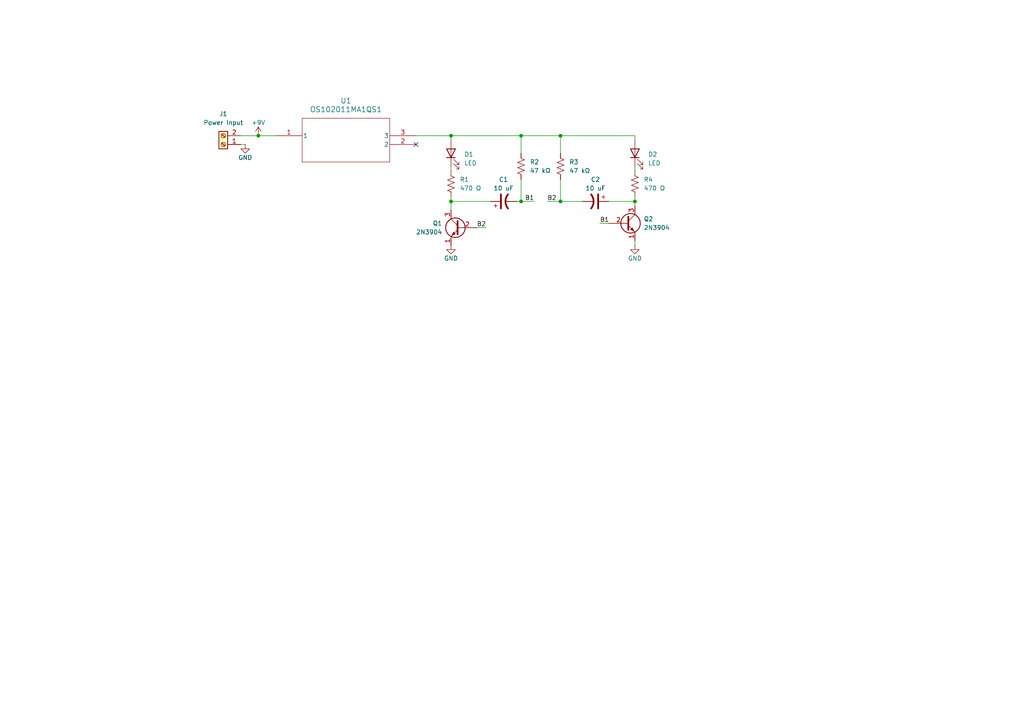
<source format=kicad_sch>
(kicad_sch (version 20231120) (generator "eeschema") (generator_version "8.0")
  (paper "A4")
  (lib_symbols
    (symbol "Connector:Screw_Terminal_01x02" (pin_names (offset 1.016) hide)
      (property "Reference" "J" (at 0 2.54 0))
      (property "Value" "Screw_Terminal_01x02" (at 0 -5.08 0))
      (symbol "Screw_Terminal_01x02_1_1"
        (rectangle (start -1.27 1.27) (end 1.27 -3.81) (stroke (width 0.254)) (fill (type background)))
        (circle (center 0 -2.54) (radius 0.635) (stroke (width 0.1524)))
        (polyline (pts (xy -0.5334 -2.2098) (xy 0.3302 -3.048)) (stroke (width 0.1524)))
        (polyline (pts (xy -0.5334 0.3302) (xy 0.3302 -0.508)) (stroke (width 0.1524)))
        (polyline (pts (xy -0.3556 -2.032) (xy 0.508 -2.8702)) (stroke (width 0.1524)))
        (polyline (pts (xy -0.3556 0.508) (xy 0.508 -0.3302)) (stroke (width 0.1524)))
        (circle (center 0 0) (radius 0.635) (stroke (width 0.1524)))
        (pin passive line (at -5.08 0 0) (length 3.81) (name "Pin_1") (number "1"))
        (pin passive line (at -5.08 -2.54 0) (length 3.81) (name "Pin_2") (number "2"))
      )
    )
    (symbol "Device:C_Polarized_US" (pin_numbers hide) (pin_names (offset 0.254) hide)
      (property "Reference" "C" (at 0.635 2.54 0))
      (property "Value" "C_Polarized_US" (at 0.635 -2.54 0))
      (symbol "C_Polarized_US_0_1"
        (polyline (pts (xy -2.032 0.762) (xy 2.032 0.762)) (stroke (width 0.508)))
        (polyline (pts (xy -1.778 2.286) (xy -0.762 2.286)))
        (polyline (pts (xy -1.27 1.778) (xy -1.27 2.794)))
        (arc (start 2.032 -1.27) (mid 0 -0.5572) (end -2.032 -1.27) (stroke (width 0.508)))
      )
      (symbol "C_Polarized_US_1_1"
        (pin passive line (at 0 3.81 270) (length 2.794) (name "~") (number "1"))
        (pin passive line (at 0 -3.81 90) (length 3.302) (name "~") (number "2"))
      )
    )
    (symbol "Device:LED" (pin_numbers hide) (pin_names (offset 1.016) hide)
      (property "Reference" "D" (at 0 2.54 0))
      (property "Value" "LED" (at 0 -2.54 0))
      (symbol "LED_0_1"
        (polyline (pts (xy -1.27 -1.27) (xy -1.27 1.27)) (stroke (width 0.254)))
        (polyline (pts (xy -1.27 0) (xy 1.27 0)))
        (polyline (pts (xy 1.27 -1.27) (xy 1.27 1.27) (xy -1.27 0) (xy 1.27 -1.27)) (stroke (width 0.254)))
        (polyline (pts (xy -3.048 -0.762) (xy -4.572 -2.286) (xy -3.81 -2.286) (xy -4.572 -2.286) (xy -4.572 -1.524)))
        (polyline (pts (xy -1.778 -0.762) (xy -3.302 -2.286) (xy -2.54 -2.286) (xy -3.302 -2.286) (xy -3.302 -1.524)))
      )
      (symbol "LED_1_1"
        (pin passive line (at -3.81 0 0) (length 2.54) (name "K") (number "1"))
        (pin passive line (at 3.81 0 180) (length 2.54) (name "A") (number "2"))
      )
    )
    (symbol "Device:R_US" (pin_numbers hide) (pin_names (offset 0))
      (property "Reference" "R" (at 2.54 0 90))
      (property "Value" "R_US" (at -2.54 0 90))
      (symbol "R_US_0_1"
        (polyline (pts (xy 0 -2.286) (xy 0 -2.54)))
        (polyline (pts (xy 0 2.286) (xy 0 2.54)))
        (polyline (pts (xy 0 -0.762) (xy 1.016 -1.143) (xy 0 -1.524) (xy -1.016 -1.905) (xy 0 -2.286)))
        (polyline (pts (xy 0 0.762) (xy 1.016 0.381) (xy 0 0) (xy -1.016 -0.381) (xy 0 -0.762)))
        (polyline (pts (xy 0 2.286) (xy 1.016 1.905) (xy 0 1.524) (xy -1.016 1.143) (xy 0 0.762)))
      )
      (symbol "R_US_1_1"
        (pin passive line (at 0 3.81 270) (length 1.27) (name "~") (number "1"))
        (pin passive line (at 0 -3.81 90) (length 1.27) (name "~") (number "2"))
      )
    )
    (symbol "SwitchKey:OS102011MA1QS1" (pin_names (offset 0.254))
      (property "Reference" "U" (at 20.32 10.16 0))
      (property "Value" "OS102011MA1QS1" (at 20.32 7.62 0))
      (symbol "OS102011MA1QS1_0_1"
        (polyline (pts (xy 7.62 -7.62) (xy 33.02 -7.62)) (stroke (width 0.127)))
        (polyline (pts (xy 7.62 5.08) (xy 7.62 -7.62)) (stroke (width 0.127)))
        (polyline (pts (xy 33.02 -7.62) (xy 33.02 5.08)) (stroke (width 0.127)))
        (polyline (pts (xy 33.02 5.08) (xy 7.62 5.08)) (stroke (width 0.127)))
        (pin unspecified line (at 0 0 0) (length 7.62) (name "1") (number "1"))
        (pin unspecified line (at 40.64 -2.54 180) (length 7.62) (name "2") (number "2"))
        (pin unspecified line (at 40.64 0 180) (length 7.62) (name "3") (number "3"))
      )
    )
    (symbol "Transistor_BJT:2N3904" (pin_names (offset 0) hide)
      (property "Reference" "Q" (at 5.08 1.905 0))
      (property "Value" "2N3904" (at 5.08 0 0))
      (symbol "2N3904_0_1"
        (polyline (pts (xy 0.635 0.635) (xy 2.54 2.54)))
        (polyline (pts (xy 0.635 -0.635) (xy 2.54 -2.54) (xy 2.54 -2.54)))
        (polyline (pts (xy 0.635 1.905) (xy 0.635 -1.905) (xy 0.635 -1.905)) (stroke (width 0.508)))
        (polyline (pts (xy 1.27 -1.778) (xy 1.778 -1.27) (xy 2.286 -2.286) (xy 1.27 -1.778) (xy 1.27 -1.778)) (fill (type outline)))
        (circle (center 1.27 0) (radius 2.8194) (stroke (width 0.254)))
      )
      (symbol "2N3904_1_1"
        (pin passive line (at 2.54 -5.08 90) (length 2.54) (name "E") (number "1"))
        (pin passive line (at -5.08 0 0) (length 5.715) (name "B") (number "2"))
        (pin passive line (at 2.54 5.08 270) (length 2.54) (name "C") (number "3"))
      )
    )
    (symbol "power:+9V" (power) (pin_numbers hide) (pin_names (offset 0) hide)
      (property "Value" "+9V" (at 0 3.556 0))
      (symbol "+9V_0_1"
        (polyline (pts (xy -0.762 1.27) (xy 0 2.54)))
        (polyline (pts (xy 0 0) (xy 0 2.54)))
        (polyline (pts (xy 0 2.54) (xy 0.762 1.27)))
      )
      (symbol "+9V_1_1"
        (pin power_in line (at 0 0 90) (length 0) (name "~") (number "1"))
      )
    )
    (symbol "power:GND" (power) (pin_numbers hide) (pin_names (offset 0) hide)
      (property "Value" "GND" (at 0 -3.81 0))
      (symbol "GND_0_1"
        (polyline (pts (xy 0 0) (xy 0 -1.27) (xy 1.27 -1.27) (xy 0 -2.54) (xy -1.27 -1.27) (xy 0 -1.27)))
      )
      (symbol "GND_1_1"
        (pin power_in line (at 0 0 270) (length 0) (name "~") (number "1"))
      )
    )
  )
  (junction (at 151.13 39.37))
  (junction (at 184.15 58.42))
  (junction (at 162.56 58.42))
  (junction (at 162.56 39.37))
  (junction (at 130.81 39.37))
  (junction (at 130.81 58.42))
  (junction (at 151.13 58.42))
  (junction (at 74.93 39.37))
  (no_connect (at 120.65 41.91))
  (wire (pts (xy 74.93 39.37) (xy 80.01 39.37)))
  (wire (pts (xy 130.81 48.26) (xy 130.81 49.53)))
  (wire (pts (xy 130.81 57.15) (xy 130.81 58.42)))
  (wire (pts (xy 151.13 52.07) (xy 151.13 58.42)))
  (wire (pts (xy 151.13 58.42) (xy 154.94 58.42)))
  (wire (pts (xy 184.15 58.42) (xy 184.15 59.69)))
  (wire (pts (xy 151.13 39.37) (xy 151.13 44.45)))
  (wire (pts (xy 162.56 52.07) (xy 162.56 58.42)))
  (wire (pts (xy 130.81 58.42) (xy 142.24 58.42)))
  (wire (pts (xy 162.56 39.37) (xy 162.56 44.45)))
  (wire (pts (xy 176.53 58.42) (xy 184.15 58.42)))
  (wire (pts (xy 130.81 39.37) (xy 130.81 40.64)))
  (wire (pts (xy 173.99 64.77) (xy 176.53 64.77)))
  (wire (pts (xy 184.15 71.12) (xy 184.15 69.85)))
  (wire (pts (xy 138.43 66.04) (xy 140.97 66.04)))
  (wire (pts (xy 162.56 39.37) (xy 184.15 39.37)))
  (wire (pts (xy 130.81 39.37) (xy 151.13 39.37)))
  (wire (pts (xy 162.56 58.42) (xy 168.91 58.42)))
  (wire (pts (xy 69.85 39.37) (xy 74.93 39.37)))
  (wire (pts (xy 184.15 48.26) (xy 184.15 49.53)))
  (wire (pts (xy 184.15 57.15) (xy 184.15 58.42)))
  (wire (pts (xy 149.86 58.42) (xy 151.13 58.42)))
  (wire (pts (xy 120.65 39.37) (xy 130.81 39.37)))
  (wire (pts (xy 184.15 39.37) (xy 184.15 40.64)))
  (wire (pts (xy 158.75 58.42) (xy 162.56 58.42)))
  (wire (pts (xy 130.81 58.42) (xy 130.81 60.96)))
  (wire (pts (xy 69.85 41.91) (xy 71.12 41.91)))
  (wire (pts (xy 151.13 39.37) (xy 162.56 39.37)))
  (label "B1" (at 173.99 64.77 0))
  (label "B2" (at 140.97 66.04 180))
  (label "B2" (at 158.75 58.42 0))
  (label "B1" (at 154.94 58.42 180))
  (symbol (lib_id "Device:LED") (at 130.81 44.45 90) (unit 1)
    (property "Reference" "D1" (at 134.62 44.7674 90) (effects (justify right)))
    (property "Value" "LED" (at 134.62 47.3074 90) (effects (justify right)))
    (property "Description" "Light emitting diode" (effects (hide yes)))
  )
  (symbol (lib_id "power:GND") (at 130.81 71.12 0) (unit 1)
    (property "Reference" "#PWR02" (effects (hide yes)))
    (property "Value" "GND" (at 130.81 74.93 0))
    (property "Description" "Power symbol creates a global label with name \"GND\" , ground" (effects (hide yes)))
  )
  (symbol (lib_id "Transistor_BJT:2N3904") (at 181.61 64.77 0) (unit 1)
    (property "Reference" "Q2" (at 186.69 63.4999 0) (effects (justify left)))
    (property "Value" "2N3904" (at 186.69 66.0399 0) (effects (justify left)))
    (property "Footprint" "Package_TO_SOT_THT:TO-92_Inline" (effects (hide yes)))
    (property "Datasheet" "https://www.onsemi.com/pub/Collateral/2N3903-D.PDF" (effects (hide yes)))
    (property "Description" "0.2A Ic, 40V Vce, Small Signal NPN Transistor, TO-92" (effects (hide yes)))
  )
  (symbol (lib_id "Device:R_US") (at 184.15 53.34 0) (unit 1)
    (property "Reference" "R4" (at 186.69 52.0699 0) (effects (justify left)))
    (property "Value" "470 Ω" (at 186.69 54.6099 0) (effects (justify left)))
    (property "Description" "Resistor, US symbol" (effects (hide yes)))
  )
  (symbol (lib_id "Device:C_Polarized_US") (at 146.05 58.42 90) (unit 1)
    (property "Reference" "C1" (at 146.05 52.07 90))
    (property "Value" "10 uF" (at 146.05 54.61 90))
    (property "Description" "Polarized capacitor, US symbol" (effects (hide yes)))
  )
  (symbol (lib_id "Transistor_BJT:2N3904") (at 133.35 66.04 0) (mirror y) (unit 1)
    (property "Reference" "Q1" (at 128.27 64.7699 0) (effects (justify left)))
    (property "Value" "2N3904" (at 128.27 67.3099 0) (effects (justify left)))
    (property "Footprint" "Package_TO_SOT_THT:TO-92_Inline" (effects (hide yes)))
    (property "Datasheet" "https://www.onsemi.com/pub/Collateral/2N3903-D.PDF" (effects (hide yes)))
    (property "Description" "0.2A Ic, 40V Vce, Small Signal NPN Transistor, TO-92" (effects (hide yes)))
  )
  (symbol (lib_id "SwitchKey:OS102011MA1QS1") (at 80.01 39.37 0) (unit 1)
    (property "Reference" "U1" (at 100.33 29.21 0) (effects (font (size 1.524 1.524))))
    (property "Value" "OS102011MA1QS1" (at 100.33 31.75 0) (effects (font (size 1.524 1.524))))
    (property "Footprint" "Library:SWITCH_11MA1QS1" (effects (hide yes)))
    (property "Datasheet" "OS102011MA1QS1" (effects (hide yes)))
  )
  (symbol (lib_id "power:GND") (at 71.12 41.91 0) (unit 1)
    (property "Reference" "#PWR04" (effects (hide yes)))
    (property "Value" "GND" (at 71.12 45.72 0))
    (property "Description" "Power symbol creates a global label with name \"GND\" , ground" (effects (hide yes)))
  )
  (symbol (lib_id "Device:LED") (at 184.15 44.45 90) (unit 1)
    (property "Reference" "D2" (at 187.96 44.7674 90) (effects (justify right)))
    (property "Value" "LED" (at 187.96 47.3074 90) (effects (justify right)))
    (property "Description" "Light emitting diode" (effects (hide yes)))
  )
  (symbol (lib_id "Device:C_Polarized_US") (at 172.72 58.42 270) (unit 1)
    (property "Reference" "C2" (at 172.72 52.07 90))
    (property "Value" "10 uF" (at 172.72 54.61 90))
    (property "Description" "Polarized capacitor, US symbol" (effects (hide yes)))
  )
  (symbol (lib_id "Device:R_US") (at 130.81 53.34 0) (unit 1)
    (property "Reference" "R1" (at 133.35 52.0699 0) (effects (justify left)))
    (property "Value" "470 Ω" (at 133.35 54.6099 0) (effects (justify left)))
    (property "Description" "Resistor, US symbol" (effects (hide yes)))
  )
  (symbol (lib_id "power:GND") (at 184.15 71.12 0) (unit 1)
    (property "Reference" "#PWR03" (effects (hide yes)))
    (property "Value" "GND" (at 184.15 74.93 0))
    (property "Description" "Power symbol creates a global label with name \"GND\" , ground" (effects (hide yes)))
  )
  (symbol (lib_id "power:+9V") (at 74.93 39.37 0) (unit 1)
    (property "Reference" "#PWR01" (effects (hide yes)))
    (property "Value" "+9V" (at 74.93 35.56 0))
    (property "Description" "Power symbol creates a global label with name \"+9V\"" (effects (hide yes)))
  )
  (symbol (lib_id "Device:R_US") (at 151.13 48.26 0) (unit 1)
    (property "Reference" "R2" (at 153.67 46.9899 0) (effects (justify left)))
    (property "Value" "47 kΩ" (at 153.67 49.5299 0) (effects (justify left)))
    (property "Description" "Resistor, US symbol" (effects (hide yes)))
  )
  (symbol (lib_id "Device:R_US") (at 162.56 48.26 0) (unit 1)
    (property "Reference" "R3" (at 165.1 46.9899 0) (effects (justify left)))
    (property "Value" "47 kΩ" (at 165.1 49.5299 0) (effects (justify left)))
    (property "Description" "Resistor, US symbol" (effects (hide yes)))
  )
  (symbol (lib_id "Connector:Screw_Terminal_01x02") (at 64.77 41.91 180) (unit 1)
    (property "Reference" "J1" (at 64.77 33.02 0))
    (property "Value" "Power Input" (at 64.77 35.56 0))
    (property "Description" "Generic screw terminal, single row, 01x02, script generated (kicad-library-utils/schlib/autogen/connector/)" (effects (hide yes)))
  )
)
</source>
